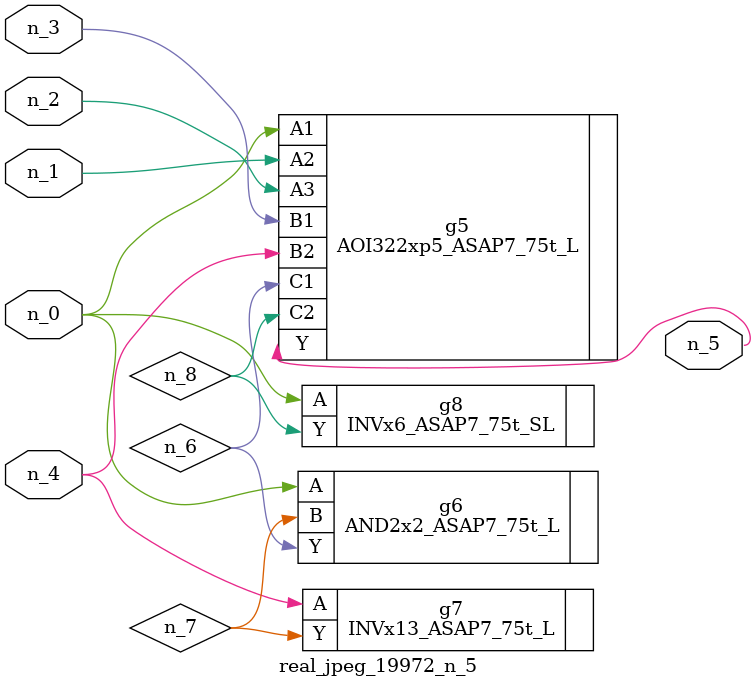
<source format=v>
module real_jpeg_19972_n_5 (n_4, n_0, n_1, n_2, n_3, n_5);

input n_4;
input n_0;
input n_1;
input n_2;
input n_3;

output n_5;

wire n_8;
wire n_6;
wire n_7;

AOI322xp5_ASAP7_75t_L g5 ( 
.A1(n_0),
.A2(n_1),
.A3(n_2),
.B1(n_3),
.B2(n_4),
.C1(n_6),
.C2(n_8),
.Y(n_5)
);

AND2x2_ASAP7_75t_L g6 ( 
.A(n_0),
.B(n_7),
.Y(n_6)
);

INVx6_ASAP7_75t_SL g8 ( 
.A(n_0),
.Y(n_8)
);

INVx13_ASAP7_75t_L g7 ( 
.A(n_4),
.Y(n_7)
);


endmodule
</source>
